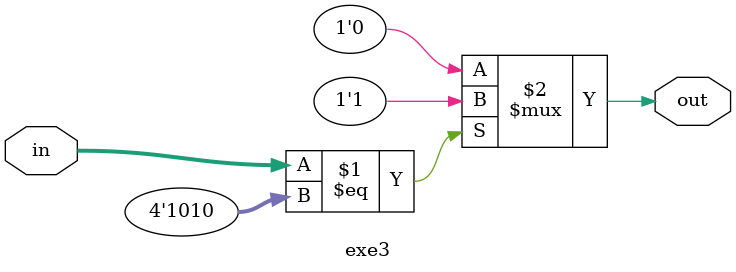
<source format=sv>
/*
3) Crie um módulo que tem uma entrada de 4 bits e uma constante interna de 6 bits
que devem ser 0. Implemente o comportamento abaixo no módulo, faça o testbench
e teste no Modelsim.
*/

module exe3 (
    input logic [3:0] in,   // Entrada de 4 bits
    output logic out        // Saída de 1 bit
);
    
    localparam logic [5:0] CONST = 6'b000000;

    assign out = (in == 4'b1010) ? 1'b1 : 1'b0;
endmodule
</source>
